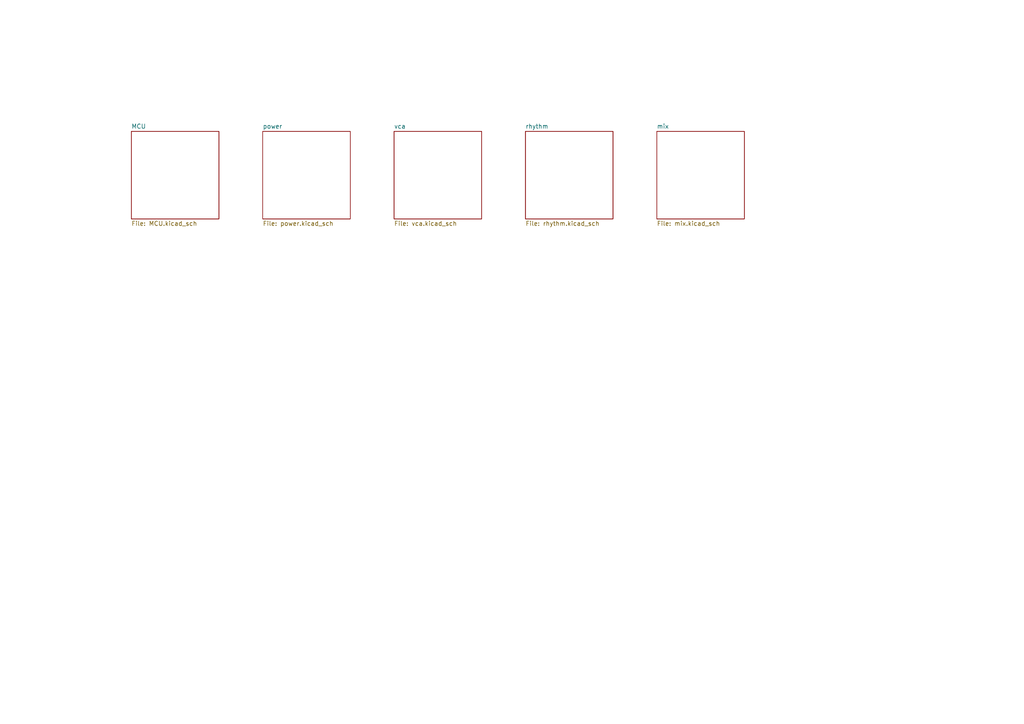
<source format=kicad_sch>
(kicad_sch
	(version 20250114)
	(generator "eeschema")
	(generator_version "9.0")
	(uuid "4eefcdf1-65e5-436a-b2c4-32108eacef95")
	(paper "A4")
	(lib_symbols)
	(sheet
		(at 114.3 38.1)
		(size 25.4 25.4)
		(exclude_from_sim no)
		(in_bom yes)
		(on_board yes)
		(dnp no)
		(fields_autoplaced yes)
		(stroke
			(width 0.1524)
			(type solid)
		)
		(fill
			(color 0 0 0 0.0000)
		)
		(uuid "9d333c8b-ebf6-49e1-9b10-d06b4f9b215c")
		(property "Sheetname" "vca"
			(at 114.3 37.3884 0)
			(effects
				(font
					(size 1.27 1.27)
				)
				(justify left bottom)
			)
		)
		(property "Sheetfile" "vca.kicad_sch"
			(at 114.3 64.0846 0)
			(effects
				(font
					(size 1.27 1.27)
				)
				(justify left top)
			)
		)
		(instances
			(project "pichord_pcb"
				(path "/4eefcdf1-65e5-436a-b2c4-32108eacef95"
					(page "4")
				)
			)
		)
	)
	(sheet
		(at 190.5 38.1)
		(size 25.4 25.4)
		(exclude_from_sim no)
		(in_bom yes)
		(on_board yes)
		(dnp no)
		(fields_autoplaced yes)
		(stroke
			(width 0.1524)
			(type solid)
		)
		(fill
			(color 0 0 0 0.0000)
		)
		(uuid "addc6c22-b3b2-45d2-a5e8-05d3fb4df910")
		(property "Sheetname" "mix"
			(at 190.5 37.3884 0)
			(effects
				(font
					(size 1.27 1.27)
				)
				(justify left bottom)
			)
		)
		(property "Sheetfile" "mix.kicad_sch"
			(at 190.5 64.0846 0)
			(effects
				(font
					(size 1.27 1.27)
				)
				(justify left top)
			)
		)
		(instances
			(project "pichord_pcb"
				(path "/4eefcdf1-65e5-436a-b2c4-32108eacef95"
					(page "6")
				)
			)
		)
	)
	(sheet
		(at 76.2 38.1)
		(size 25.4 25.4)
		(exclude_from_sim no)
		(in_bom yes)
		(on_board yes)
		(dnp no)
		(fields_autoplaced yes)
		(stroke
			(width 0.1524)
			(type solid)
		)
		(fill
			(color 0 0 0 0.0000)
		)
		(uuid "e00dbc99-aa6d-4c6d-8ca4-d83261f1c3d3")
		(property "Sheetname" "power"
			(at 76.2 37.3884 0)
			(effects
				(font
					(size 1.27 1.27)
				)
				(justify left bottom)
			)
		)
		(property "Sheetfile" "power.kicad_sch"
			(at 76.2 64.0846 0)
			(effects
				(font
					(size 1.27 1.27)
				)
				(justify left top)
			)
		)
		(instances
			(project "pichord_pcb"
				(path "/4eefcdf1-65e5-436a-b2c4-32108eacef95"
					(page "3")
				)
			)
		)
	)
	(sheet
		(at 152.4 38.1)
		(size 25.4 25.4)
		(exclude_from_sim no)
		(in_bom yes)
		(on_board yes)
		(dnp no)
		(fields_autoplaced yes)
		(stroke
			(width 0.1524)
			(type solid)
		)
		(fill
			(color 0 0 0 0.0000)
		)
		(uuid "e0b75897-439a-47bf-961d-e91b6742513a")
		(property "Sheetname" "rhythm"
			(at 152.4 37.3884 0)
			(effects
				(font
					(size 1.27 1.27)
				)
				(justify left bottom)
			)
		)
		(property "Sheetfile" "rhythm.kicad_sch"
			(at 152.4 64.0846 0)
			(effects
				(font
					(size 1.27 1.27)
				)
				(justify left top)
			)
		)
		(instances
			(project "pichord_pcb"
				(path "/4eefcdf1-65e5-436a-b2c4-32108eacef95"
					(page "5")
				)
			)
		)
	)
	(sheet
		(at 38.1 38.1)
		(size 25.4 25.4)
		(exclude_from_sim no)
		(in_bom yes)
		(on_board yes)
		(dnp no)
		(fields_autoplaced yes)
		(stroke
			(width 0.1524)
			(type solid)
		)
		(fill
			(color 0 0 0 0.0000)
		)
		(uuid "eb1301db-2a9a-433a-bc4f-d0c388c14f9c")
		(property "Sheetname" "MCU"
			(at 38.1 37.3884 0)
			(effects
				(font
					(size 1.27 1.27)
				)
				(justify left bottom)
			)
		)
		(property "Sheetfile" "MCU.kicad_sch"
			(at 38.1 64.0846 0)
			(effects
				(font
					(size 1.27 1.27)
				)
				(justify left top)
			)
		)
		(property "Field2" ""
			(at 38.1 38.1 0)
			(effects
				(font
					(size 1.27 1.27)
				)
			)
		)
		(instances
			(project "pichord_pcb"
				(path "/4eefcdf1-65e5-436a-b2c4-32108eacef95"
					(page "2")
				)
			)
		)
	)
	(sheet_instances
		(path "/"
			(page "1")
		)
	)
	(embedded_fonts no)
)

</source>
